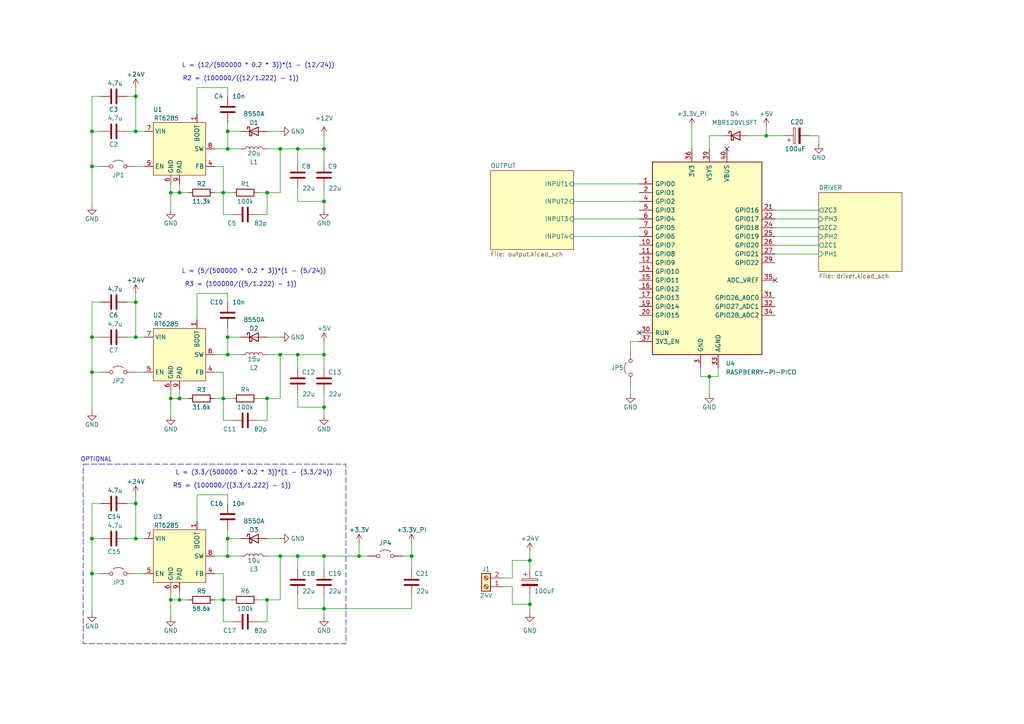
<source format=kicad_sch>
(kicad_sch (version 20231120) (generator "eeschema") (generator_version "8.0")
  (paper "A4")
  (lib_symbols
    (symbol "Connector:Screw_Terminal_01x02" (pin_names (offset 1.016) hide)
      (property "Reference" "J" (at 0 2.54 0))
      (property "Value" "Screw_Terminal_01x02" (at 0 -5.08 0))
      (symbol "Screw_Terminal_01x02_1_1"
        (rectangle (start -1.27 1.27) (end 1.27 -3.81) (stroke (width 0.254)) (fill (type background)))
        (circle (center 0 -2.54) (radius 0.635) (stroke (width 0.1524)))
        (polyline (pts (xy -0.5334 -2.2098) (xy 0.3302 -3.048)) (stroke (width 0.1524)))
        (polyline (pts (xy -0.5334 0.3302) (xy 0.3302 -0.508)) (stroke (width 0.1524)))
        (polyline (pts (xy -0.3556 -2.032) (xy 0.508 -2.8702)) (stroke (width 0.1524)))
        (polyline (pts (xy -0.3556 0.508) (xy 0.508 -0.3302)) (stroke (width 0.1524)))
        (circle (center 0 0) (radius 0.635) (stroke (width 0.1524)))
        (pin passive line (at -5.08 0 0) (length 3.81) (name "Pin_1") (number "1"))
        (pin passive line (at -5.08 -2.54 0) (length 3.81) (name "Pin_2") (number "2"))
      )
    )
    (symbol "Device:C" (pin_numbers hide) (pin_names (offset 0.254))
      (property "Reference" "C" (at 0.635 2.54 0))
      (property "Value" "C" (at 0.635 -2.54 0))
      (symbol "C_0_1"
        (polyline (pts (xy -2.032 -0.762) (xy 2.032 -0.762)) (stroke (width 0.508)))
        (polyline (pts (xy -2.032 0.762) (xy 2.032 0.762)) (stroke (width 0.508)))
      )
      (symbol "C_1_1"
        (pin passive line (at 0 3.81 270) (length 2.794) (name "~") (number "1"))
        (pin passive line (at 0 -3.81 90) (length 2.794) (name "~") (number "2"))
      )
    )
    (symbol "Device:C_Polarized" (pin_numbers hide) (pin_names (offset 0.254))
      (property "Reference" "C" (at 0.635 2.54 0))
      (property "Value" "C_Polarized" (at 0.635 -2.54 0))
      (symbol "C_Polarized_0_1"
        (rectangle (start -2.286 0.508) (end 2.286 1.016))
        (polyline (pts (xy -1.778 2.286) (xy -0.762 2.286)))
        (polyline (pts (xy -1.27 2.794) (xy -1.27 1.778)))
        (rectangle (start 2.286 -0.508) (end -2.286 -1.016) (fill (type outline)))
      )
      (symbol "C_Polarized_1_1"
        (pin passive line (at 0 3.81 270) (length 2.794) (name "~") (number "1"))
        (pin passive line (at 0 -3.81 90) (length 2.794) (name "~") (number "2"))
      )
    )
    (symbol "Device:D_Schottky" (pin_numbers hide) (pin_names (offset 1.016) hide)
      (property "Reference" "D" (at 0 2.54 0))
      (property "Value" "D_Schottky" (at 0 -2.54 0))
      (symbol "D_Schottky_0_1"
        (polyline (pts (xy 1.27 0) (xy -1.27 0)))
        (polyline (pts (xy 1.27 1.27) (xy 1.27 -1.27) (xy -1.27 0) (xy 1.27 1.27)) (stroke (width 0.254)))
        (polyline (pts (xy -1.905 0.635) (xy -1.905 1.27) (xy -1.27 1.27) (xy -1.27 -1.27) (xy -0.635 -1.27) (xy -0.635 -0.635)) (stroke (width 0.254)))
      )
      (symbol "D_Schottky_1_1"
        (pin passive line (at -3.81 0 0) (length 2.54) (name "K") (number "1"))
        (pin passive line (at 3.81 0 180) (length 2.54) (name "A") (number "2"))
      )
    )
    (symbol "Device:L" (pin_numbers hide) (pin_names (offset 1.016) hide)
      (property "Reference" "L" (at -1.27 0 90))
      (property "Value" "L" (at 1.905 0 90))
      (symbol "L_0_1"
        (arc (start 0 -2.54) (mid 0.6323 -1.905) (end 0 -1.27))
        (arc (start 0 -1.27) (mid 0.6323 -0.635) (end 0 0))
        (arc (start 0 0) (mid 0.6323 0.635) (end 0 1.27))
        (arc (start 0 1.27) (mid 0.6323 1.905) (end 0 2.54))
      )
      (symbol "L_1_1"
        (pin passive line (at 0 3.81 270) (length 1.27) (name "1") (number "1"))
        (pin passive line (at 0 -3.81 90) (length 1.27) (name "2") (number "2"))
      )
    )
    (symbol "Device:R" (pin_numbers hide) (pin_names (offset 0))
      (property "Reference" "R" (at 2.032 0 90))
      (property "Value" "R" (at 0 0 90))
      (symbol "R_0_1"
        (rectangle (start -1.016 -2.54) (end 1.016 2.54) (stroke (width 0.254)))
      )
      (symbol "R_1_1"
        (pin passive line (at 0 3.81 270) (length 1.27) (name "~") (number "1"))
        (pin passive line (at 0 -3.81 90) (length 1.27) (name "~") (number "2"))
      )
    )
    (symbol "Jumper:Jumper_2_Open" (pin_numbers hide) (pin_names (offset 0) hide) (exclude_from_sim yes)
      (property "Reference" "JP" (at 0 2.794 0))
      (property "Value" "Jumper_2_Open" (at 0 -2.286 0))
      (symbol "Jumper_2_Open_0_0"
        (circle (center -2.032 0) (radius 0.508))
        (circle (center 2.032 0) (radius 0.508))
      )
      (symbol "Jumper_2_Open_0_1"
        (arc (start 1.524 1.27) (mid 0 1.778) (end -1.524 1.27))
      )
      (symbol "Jumper_2_Open_1_1"
        (pin passive line (at -5.08 0 0) (length 2.54) (name "A") (number "1"))
        (pin passive line (at 5.08 0 180) (length 2.54) (name "B") (number "2"))
      )
    )
    (symbol "krzempol:RASPBERRY-PI-PICO" (pin_names (offset 0.762))
      (property "Reference" "U" (at -16.51 31.75 0))
      (property "Value" "RASPBERRY-PI-PICO" (at 8.89 31.75 0))
      (symbol "RASPBERRY-PI-PICO_0_1"
        (rectangle (start -16.51 29.21) (end 15.24 -26.67) (stroke (width 0.254)) (fill (type background)))
      )
      (symbol "RASPBERRY-PI-PICO_1_1"
        (pin bidirectional line (at -20.32 22.86 0) (length 3.81) (name "GPIO0") (number "1"))
        (pin bidirectional line (at -20.32 5.08 0) (length 3.81) (name "GPIO7") (number "10"))
        (pin bidirectional line (at -20.32 2.54 0) (length 3.81) (name "GPIO8") (number "11"))
        (pin bidirectional line (at -20.32 0 0) (length 3.81) (name "GPIO9") (number "12"))
        (pin passive line (at -2.54 -30.48 90) (length 3.81) hide (name "GND") (number "13"))
        (pin bidirectional line (at -20.32 -2.54 0) (length 3.81) (name "GPIO10") (number "14"))
        (pin bidirectional line (at -20.32 -5.08 0) (length 3.81) (name "GPIO11") (number "15"))
        (pin bidirectional line (at -20.32 -7.62 0) (length 3.81) (name "GPIO12") (number "16"))
        (pin bidirectional line (at -20.32 -10.16 0) (length 3.81) (name "GPIO13") (number "17"))
        (pin passive line (at -2.54 -30.48 90) (length 3.81) hide (name "GND") (number "18"))
        (pin bidirectional line (at -20.32 -12.7 0) (length 3.81) (name "GPIO14") (number "19"))
        (pin bidirectional line (at -20.32 20.32 0) (length 3.81) (name "GPIO1") (number "2"))
        (pin bidirectional line (at -20.32 -15.24 0) (length 3.81) (name "GPIO15") (number "20"))
        (pin bidirectional line (at 19.05 15.24 180) (length 3.81) (name "GPIO16") (number "21"))
        (pin bidirectional line (at 19.05 12.7 180) (length 3.81) (name "GPIO17") (number "22"))
        (pin passive line (at -2.54 -30.48 90) (length 3.81) hide (name "GND") (number "23"))
        (pin bidirectional line (at 19.05 10.16 180) (length 3.81) (name "GPIO18") (number "24"))
        (pin bidirectional line (at 19.05 7.62 180) (length 3.81) (name "GPIO19") (number "25"))
        (pin bidirectional line (at 19.05 5.08 180) (length 3.81) (name "GPIO20") (number "26"))
        (pin bidirectional line (at 19.05 2.54 180) (length 3.81) (name "GPIO21") (number "27"))
        (pin passive line (at -2.54 -30.48 90) (length 3.81) hide (name "GND") (number "28"))
        (pin bidirectional line (at 19.05 0 180) (length 3.81) (name "GPIO22") (number "29"))
        (pin power_out line (at -2.54 -30.48 90) (length 3.81) (name "GND") (number "3"))
        (pin input line (at -20.32 -20.32 0) (length 3.81) (name "RUN") (number "30"))
        (pin bidirectional line (at 19.05 -10.16 180) (length 3.81) (name "GPIO26_ADC0") (number "31"))
        (pin bidirectional line (at 19.05 -12.7 180) (length 3.81) (name "GPIO27_ADC1") (number "32"))
        (pin power_out line (at 2.54 -30.48 90) (length 3.81) (name "AGND") (number "33"))
        (pin bidirectional line (at 19.05 -15.24 180) (length 3.81) (name "GPIO28_ADC2") (number "34"))
        (pin power_in line (at 19.05 -5.08 180) (length 3.81) (name "ADC_VREF") (number "35"))
        (pin power_out line (at -5.08 33.02 270) (length 3.81) (name "3V3") (number "36"))
        (pin input line (at -20.32 -22.86 0) (length 3.81) (name "3V3_EN") (number "37"))
        (pin passive line (at -2.54 -30.48 90) (length 3.81) hide (name "GND") (number "38"))
        (pin power_in line (at 0 33.02 270) (length 3.81) (name "VSYS") (number "39"))
        (pin bidirectional line (at -20.32 17.78 0) (length 3.81) (name "GPIO2") (number "4"))
        (pin power_out line (at 5.08 33.02 270) (length 3.81) (name "VBUS") (number "40"))
        (pin bidirectional line (at -20.32 15.24 0) (length 3.81) (name "GPIO3") (number "5"))
        (pin bidirectional line (at -20.32 12.7 0) (length 3.81) (name "GPIO4") (number "6"))
        (pin bidirectional line (at -20.32 10.16 0) (length 3.81) (name "GPIO5") (number "7"))
        (pin passive line (at -2.54 -30.48 90) (length 3.81) hide (name "GND") (number "8"))
        (pin bidirectional line (at -20.32 7.62 0) (length 3.81) (name "GPIO6") (number "9"))
      )
    )
    (symbol "krzempol:RT6285"
      (property "Reference" "U" (at -7.112 10.922 0))
      (property "Value" "RT6285" (at -4.064 8.89 0))
      (symbol "RT6285_1_1"
        (rectangle (start -7.62 7.62) (end 7.62 -7.62) (fill (type background)))
        (pin passive line (at 5.08 10.16 270) (length 2.54) (name "BOOT") (number "1"))
        (pin passive line (at 10.16 -5.08 180) (length 2.54) (name "FB") (number "4"))
        (pin passive line (at -10.16 -5.08 0) (length 2.54) (name "EN") (number "5"))
        (pin passive line (at -2.54 -10.16 90) (length 2.54) (name "GND") (number "6"))
        (pin passive line (at -10.16 5.08 0) (length 2.54) (name "VIN") (number "7"))
        (pin passive line (at 10.16 0 180) (length 2.54) (name "SW") (number "8"))
        (pin passive line (at 0 -10.16 90) (length 2.54) (name "PAD") (number "9"))
      )
    )
    (symbol "power:+12V" (power) (pin_numbers hide) (pin_names (offset 0) hide)
      (property "Value" "+12V" (at 0 3.556 0))
      (symbol "+12V_0_1"
        (polyline (pts (xy -0.762 1.27) (xy 0 2.54)))
        (polyline (pts (xy 0 0) (xy 0 2.54)))
        (polyline (pts (xy 0 2.54) (xy 0.762 1.27)))
      )
      (symbol "+12V_1_1"
        (pin power_in line (at 0 0 90) (length 0) (name "~") (number "1"))
      )
    )
    (symbol "power:+24V" (power) (pin_numbers hide) (pin_names (offset 0) hide)
      (property "Value" "+24V" (at 0 3.556 0))
      (symbol "+24V_0_1"
        (polyline (pts (xy -0.762 1.27) (xy 0 2.54)))
        (polyline (pts (xy 0 0) (xy 0 2.54)))
        (polyline (pts (xy 0 2.54) (xy 0.762 1.27)))
      )
      (symbol "+24V_1_1"
        (pin power_in line (at 0 0 90) (length 0) (name "~") (number "1"))
      )
    )
    (symbol "power:+3.3V" (power) (pin_numbers hide) (pin_names (offset 0) hide)
      (property "Value" "+3.3V" (at 0 3.556 0))
      (symbol "+3.3V_0_1"
        (polyline (pts (xy -0.762 1.27) (xy 0 2.54)))
        (polyline (pts (xy 0 0) (xy 0 2.54)))
        (polyline (pts (xy 0 2.54) (xy 0.762 1.27)))
      )
      (symbol "+3.3V_1_1"
        (pin power_in line (at 0 0 90) (length 0) (name "~") (number "1"))
      )
    )
    (symbol "power:+5V" (power) (pin_numbers hide) (pin_names (offset 0) hide)
      (property "Value" "+5V" (at 0 3.556 0))
      (symbol "+5V_0_1"
        (polyline (pts (xy -0.762 1.27) (xy 0 2.54)))
        (polyline (pts (xy 0 0) (xy 0 2.54)))
        (polyline (pts (xy 0 2.54) (xy 0.762 1.27)))
      )
      (symbol "+5V_1_1"
        (pin power_in line (at 0 0 90) (length 0) (name "~") (number "1"))
      )
    )
    (symbol "power:GND" (power) (pin_numbers hide) (pin_names (offset 0) hide)
      (property "Value" "GND" (at 0 -3.81 0))
      (symbol "GND_0_1"
        (polyline (pts (xy 0 0) (xy 0 -1.27) (xy 1.27 -1.27) (xy 0 -2.54) (xy -1.27 -1.27) (xy 0 -1.27)))
      )
      (symbol "GND_1_1"
        (pin power_in line (at 0 0 270) (length 0) (name "~") (number "1"))
      )
    )
  )
  (junction (at 64.77 115.57))
  (junction (at 153.67 175.26))
  (junction (at 26.67 156.21))
  (junction (at 205.74 109.22))
  (junction (at 104.14 161.29))
  (junction (at 93.98 58.42))
  (junction (at 119.38 161.29))
  (junction (at 93.98 118.11))
  (junction (at 26.67 48.26))
  (junction (at 66.04 161.29))
  (junction (at 86.36 43.18))
  (junction (at 64.77 55.88))
  (junction (at 77.47 115.57))
  (junction (at 77.47 55.88))
  (junction (at 39.37 87.63))
  (junction (at 153.67 162.56))
  (junction (at 66.04 43.18))
  (junction (at 49.53 115.57))
  (junction (at 93.98 176.53))
  (junction (at 39.37 27.94))
  (junction (at 81.28 43.18))
  (junction (at 66.04 38.1))
  (junction (at 81.28 161.29))
  (junction (at 39.37 97.79))
  (junction (at 66.04 97.79))
  (junction (at 93.98 102.87))
  (junction (at 26.67 166.37))
  (junction (at 26.67 97.79))
  (junction (at 49.53 173.99))
  (junction (at 86.36 161.29))
  (junction (at 93.98 43.18))
  (junction (at 93.98 161.29))
  (junction (at 26.67 38.1))
  (junction (at 81.28 102.87))
  (junction (at 52.07 55.88))
  (junction (at 77.47 173.99))
  (junction (at 222.25 39.37))
  (junction (at 86.36 102.87))
  (junction (at 39.37 156.21))
  (junction (at 26.67 107.95))
  (junction (at 49.53 55.88))
  (junction (at 52.07 115.57))
  (junction (at 39.37 146.05))
  (junction (at 66.04 156.21))
  (junction (at 52.07 173.99))
  (junction (at 64.77 173.99))
  (junction (at 39.37 38.1))
  (junction (at 66.04 102.87))
  (no_connect (at 224.79 81.28))
  (no_connect (at 210.82 43.18))
  (no_connect (at 185.42 96.52))
  (wire (pts (xy 74.93 62.23) (xy 77.47 62.23)))
  (wire (pts (xy 205.74 39.37) (xy 209.55 39.37)))
  (wire (pts (xy 62.23 102.87) (xy 66.04 102.87)))
  (wire (pts (xy 57.15 25.4) (xy 57.15 33.02)))
  (wire (pts (xy 66.04 143.51) (xy 57.15 143.51)))
  (wire (pts (xy 36.83 156.21) (xy 39.37 156.21)))
  (wire (pts (xy 205.74 109.22) (xy 203.2 109.22)))
  (wire (pts (xy 57.15 143.51) (xy 57.15 151.13)))
  (wire (pts (xy 148.59 170.18) (xy 146.05 170.18)))
  (wire (pts (xy 77.47 121.92) (xy 77.47 115.57)))
  (wire (pts (xy 153.67 175.26) (xy 148.59 175.26)))
  (wire (pts (xy 26.67 166.37) (xy 26.67 156.21)))
  (wire (pts (xy 66.04 25.4) (xy 57.15 25.4)))
  (wire (pts (xy 86.36 172.72) (xy 86.36 176.53)))
  (wire (pts (xy 49.53 115.57) (xy 49.53 120.65)))
  (wire (pts (xy 66.04 97.79) (xy 66.04 102.87)))
  (wire (pts (xy 39.37 146.05) (xy 39.37 143.51)))
  (wire (pts (xy 62.23 107.95) (xy 64.77 107.95)))
  (wire (pts (xy 93.98 58.42) (xy 93.98 60.96)))
  (wire (pts (xy 93.98 118.11) (xy 93.98 120.65)))
  (wire (pts (xy 36.83 87.63) (xy 39.37 87.63)))
  (wire (pts (xy 74.93 121.92) (xy 77.47 121.92)))
  (wire (pts (xy 66.04 27.94) (xy 66.04 25.4)))
  (wire (pts (xy 81.28 161.29) (xy 77.47 161.29)))
  (wire (pts (xy 67.31 62.23) (xy 64.77 62.23)))
  (wire (pts (xy 64.77 115.57) (xy 67.31 115.57)))
  (wire (pts (xy 237.49 39.37) (xy 237.49 41.91)))
  (wire (pts (xy 26.67 119.38) (xy 26.67 107.95)))
  (wire (pts (xy 66.04 38.1) (xy 66.04 43.18)))
  (wire (pts (xy 52.07 173.99) (xy 52.07 171.45)))
  (wire (pts (xy 166.37 68.58) (xy 185.42 68.58)))
  (wire (pts (xy 93.98 43.18) (xy 93.98 46.99)))
  (wire (pts (xy 148.59 175.26) (xy 148.59 170.18)))
  (wire (pts (xy 77.47 62.23) (xy 77.47 55.88)))
  (wire (pts (xy 49.53 113.03) (xy 49.53 115.57)))
  (wire (pts (xy 185.42 63.5) (xy 166.37 63.5)))
  (wire (pts (xy 81.28 102.87) (xy 77.47 102.87)))
  (wire (pts (xy 93.98 102.87) (xy 93.98 106.68)))
  (wire (pts (xy 77.47 180.34) (xy 77.47 173.99)))
  (wire (pts (xy 52.07 55.88) (xy 52.07 53.34)))
  (wire (pts (xy 166.37 58.42) (xy 185.42 58.42)))
  (wire (pts (xy 224.79 68.58) (xy 237.49 68.58)))
  (wire (pts (xy 86.36 43.18) (xy 93.98 43.18)))
  (wire (pts (xy 39.37 107.95) (xy 41.91 107.95)))
  (wire (pts (xy 93.98 39.37) (xy 93.98 43.18)))
  (wire (pts (xy 148.59 167.64) (xy 148.59 162.56)))
  (wire (pts (xy 148.59 162.56) (xy 153.67 162.56)))
  (wire (pts (xy 26.67 177.8) (xy 26.67 166.37)))
  (wire (pts (xy 146.05 167.64) (xy 148.59 167.64)))
  (wire (pts (xy 224.79 66.04) (xy 237.49 66.04)))
  (wire (pts (xy 86.36 118.11) (xy 93.98 118.11)))
  (wire (pts (xy 62.23 166.37) (xy 64.77 166.37)))
  (wire (pts (xy 62.23 55.88) (xy 64.77 55.88)))
  (wire (pts (xy 39.37 156.21) (xy 41.91 156.21)))
  (wire (pts (xy 119.38 161.29) (xy 119.38 165.1)))
  (wire (pts (xy 36.83 146.05) (xy 39.37 146.05)))
  (wire (pts (xy 66.04 85.09) (xy 57.15 85.09)))
  (wire (pts (xy 66.04 43.18) (xy 69.85 43.18)))
  (wire (pts (xy 224.79 73.66) (xy 237.49 73.66)))
  (wire (pts (xy 62.23 43.18) (xy 66.04 43.18)))
  (wire (pts (xy 77.47 38.1) (xy 81.28 38.1)))
  (wire (pts (xy 36.83 38.1) (xy 39.37 38.1)))
  (wire (pts (xy 52.07 173.99) (xy 54.61 173.99)))
  (wire (pts (xy 39.37 146.05) (xy 39.37 156.21)))
  (wire (pts (xy 86.36 102.87) (xy 86.36 106.68)))
  (wire (pts (xy 74.93 173.99) (xy 77.47 173.99)))
  (wire (pts (xy 153.67 160.02) (xy 153.67 162.56)))
  (wire (pts (xy 26.67 38.1) (xy 26.67 27.94)))
  (wire (pts (xy 62.23 115.57) (xy 64.77 115.57)))
  (wire (pts (xy 104.14 161.29) (xy 106.68 161.29)))
  (wire (pts (xy 104.14 157.48) (xy 104.14 161.29)))
  (wire (pts (xy 222.25 36.83) (xy 222.25 39.37)))
  (wire (pts (xy 200.66 43.18) (xy 200.66 36.83)))
  (wire (pts (xy 39.37 38.1) (xy 41.91 38.1)))
  (wire (pts (xy 64.77 55.88) (xy 67.31 55.88)))
  (wire (pts (xy 116.84 161.29) (xy 119.38 161.29)))
  (wire (pts (xy 36.83 97.79) (xy 39.37 97.79)))
  (wire (pts (xy 67.31 121.92) (xy 64.77 121.92)))
  (wire (pts (xy 74.93 55.88) (xy 77.47 55.88)))
  (wire (pts (xy 93.98 161.29) (xy 93.98 165.1)))
  (wire (pts (xy 86.36 43.18) (xy 86.36 46.99)))
  (wire (pts (xy 26.67 156.21) (xy 29.21 156.21)))
  (wire (pts (xy 93.98 114.3) (xy 93.98 118.11)))
  (wire (pts (xy 26.67 38.1) (xy 29.21 38.1)))
  (wire (pts (xy 224.79 63.5) (xy 237.49 63.5)))
  (wire (pts (xy 74.93 180.34) (xy 77.47 180.34)))
  (wire (pts (xy 66.04 146.05) (xy 66.04 143.51)))
  (wire (pts (xy 64.77 48.26) (xy 64.77 55.88)))
  (wire (pts (xy 39.37 48.26) (xy 41.91 48.26)))
  (wire (pts (xy 66.04 38.1) (xy 69.85 38.1)))
  (wire (pts (xy 64.77 121.92) (xy 64.77 115.57)))
  (wire (pts (xy 86.36 161.29) (xy 93.98 161.29)))
  (wire (pts (xy 153.67 175.26) (xy 153.67 177.8)))
  (wire (pts (xy 66.04 97.79) (xy 69.85 97.79)))
  (wire (pts (xy 81.28 115.57) (xy 81.28 102.87)))
  (wire (pts (xy 62.23 48.26) (xy 64.77 48.26)))
  (wire (pts (xy 81.28 55.88) (xy 81.28 43.18)))
  (wire (pts (xy 62.23 173.99) (xy 64.77 173.99)))
  (wire (pts (xy 86.36 114.3) (xy 86.36 118.11)))
  (wire (pts (xy 153.67 162.56) (xy 153.67 165.1)))
  (wire (pts (xy 39.37 87.63) (xy 39.37 85.09)))
  (wire (pts (xy 66.04 156.21) (xy 69.85 156.21)))
  (wire (pts (xy 93.98 161.29) (xy 104.14 161.29)))
  (wire (pts (xy 208.28 106.68) (xy 208.28 109.22)))
  (wire (pts (xy 166.37 53.34) (xy 185.42 53.34)))
  (wire (pts (xy 182.88 111.76) (xy 182.88 114.3)))
  (wire (pts (xy 52.07 115.57) (xy 52.07 113.03)))
  (wire (pts (xy 26.67 107.95) (xy 26.67 97.79)))
  (wire (pts (xy 49.53 115.57) (xy 52.07 115.57)))
  (wire (pts (xy 222.25 39.37) (xy 217.17 39.37)))
  (wire (pts (xy 86.36 161.29) (xy 86.36 165.1)))
  (wire (pts (xy 77.47 173.99) (xy 81.28 173.99)))
  (wire (pts (xy 81.28 43.18) (xy 77.47 43.18)))
  (wire (pts (xy 66.04 153.67) (xy 66.04 156.21)))
  (wire (pts (xy 222.25 39.37) (xy 227.33 39.37)))
  (wire (pts (xy 81.28 173.99) (xy 81.28 161.29)))
  (wire (pts (xy 49.53 171.45) (xy 49.53 173.99)))
  (wire (pts (xy 234.95 39.37) (xy 237.49 39.37)))
  (wire (pts (xy 182.88 99.06) (xy 182.88 101.6)))
  (wire (pts (xy 77.47 97.79) (xy 81.28 97.79)))
  (wire (pts (xy 66.04 161.29) (xy 69.85 161.29)))
  (wire (pts (xy 74.93 115.57) (xy 77.47 115.57)))
  (wire (pts (xy 86.36 176.53) (xy 93.98 176.53)))
  (wire (pts (xy 66.04 35.56) (xy 66.04 38.1)))
  (wire (pts (xy 66.04 102.87) (xy 69.85 102.87)))
  (wire (pts (xy 26.67 48.26) (xy 29.21 48.26)))
  (wire (pts (xy 64.77 166.37) (xy 64.77 173.99)))
  (wire (pts (xy 26.67 59.69) (xy 26.67 48.26)))
  (wire (pts (xy 26.67 48.26) (xy 26.67 38.1)))
  (wire (pts (xy 153.67 172.72) (xy 153.67 175.26)))
  (wire (pts (xy 93.98 176.53) (xy 119.38 176.53)))
  (wire (pts (xy 119.38 161.29) (xy 119.38 157.48)))
  (wire (pts (xy 185.42 99.06) (xy 182.88 99.06)))
  (wire (pts (xy 224.79 60.96) (xy 237.49 60.96)))
  (wire (pts (xy 203.2 109.22) (xy 203.2 106.68)))
  (wire (pts (xy 36.83 27.94) (xy 39.37 27.94)))
  (wire (pts (xy 81.28 43.18) (xy 86.36 43.18)))
  (wire (pts (xy 26.67 27.94) (xy 29.21 27.94)))
  (wire (pts (xy 86.36 58.42) (xy 93.98 58.42)))
  (wire (pts (xy 64.77 180.34) (xy 64.77 173.99)))
  (wire (pts (xy 26.67 107.95) (xy 29.21 107.95)))
  (wire (pts (xy 205.74 114.3) (xy 205.74 109.22)))
  (wire (pts (xy 64.77 173.99) (xy 67.31 173.99)))
  (wire (pts (xy 26.67 87.63) (xy 29.21 87.63)))
  (wire (pts (xy 86.36 54.61) (xy 86.36 58.42)))
  (wire (pts (xy 52.07 55.88) (xy 54.61 55.88)))
  (wire (pts (xy 26.67 166.37) (xy 29.21 166.37)))
  (wire (pts (xy 66.04 87.63) (xy 66.04 85.09)))
  (wire (pts (xy 39.37 27.94) (xy 39.37 38.1)))
  (wire (pts (xy 39.37 87.63) (xy 39.37 97.79)))
  (wire (pts (xy 93.98 172.72) (xy 93.98 176.53)))
  (wire (pts (xy 26.67 97.79) (xy 29.21 97.79)))
  (wire (pts (xy 26.67 97.79) (xy 26.67 87.63)))
  (wire (pts (xy 81.28 161.29) (xy 86.36 161.29)))
  (wire (pts (xy 39.37 166.37) (xy 41.91 166.37)))
  (wire (pts (xy 57.15 85.09) (xy 57.15 92.71)))
  (wire (pts (xy 49.53 173.99) (xy 52.07 173.99)))
  (wire (pts (xy 205.74 43.18) (xy 205.74 39.37)))
  (wire (pts (xy 93.98 54.61) (xy 93.98 58.42)))
  (wire (pts (xy 26.67 156.21) (xy 26.67 146.05)))
  (wire (pts (xy 49.53 55.88) (xy 52.07 55.88)))
  (wire (pts (xy 77.47 156.21) (xy 81.28 156.21)))
  (wire (pts (xy 62.23 161.29) (xy 66.04 161.29)))
  (wire (pts (xy 77.47 55.88) (xy 81.28 55.88)))
  (wire (pts (xy 49.53 53.34) (xy 49.53 55.88)))
  (wire (pts (xy 224.79 71.12) (xy 237.49 71.12)))
  (wire (pts (xy 66.04 156.21) (xy 66.04 161.29)))
  (wire (pts (xy 208.28 109.22) (xy 205.74 109.22)))
  (wire (pts (xy 64.77 62.23) (xy 64.77 55.88)))
  (wire (pts (xy 67.31 180.34) (xy 64.77 180.34)))
  (wire (pts (xy 119.38 172.72) (xy 119.38 176.53)))
  (wire (pts (xy 81.28 102.87) (xy 86.36 102.87)))
  (wire (pts (xy 86.36 102.87) (xy 93.98 102.87)))
  (wire (pts (xy 49.53 173.99) (xy 49.53 179.07)))
  (wire (pts (xy 93.98 176.53) (xy 93.98 179.07)))
  (wire (pts (xy 66.04 95.25) (xy 66.04 97.79)))
  (wire (pts (xy 26.67 146.05) (xy 29.21 146.05)))
  (wire (pts (xy 49.53 55.88) (xy 49.53 60.96)))
  (wire (pts (xy 64.77 107.95) (xy 64.77 115.57)))
  (wire (pts (xy 93.98 99.06) (xy 93.98 102.87)))
  (wire (pts (xy 39.37 97.79) (xy 41.91 97.79)))
  (wire (pts (xy 39.37 27.94) (xy 39.37 25.4)))
  (wire (pts (xy 77.47 115.57) (xy 81.28 115.57)))
  (wire (pts (xy 52.07 115.57) (xy 54.61 115.57)))
  (rectangle (start 24.13 134.62) (end 100.33 186.69) (stroke (width 0) (type dash)))
  (text "R5 = (100000/((3.3/1.222) - 1))" (at 67.31 140.97 0) (effects (font (size 1.27 1.27))))
  (text "L = (12/(500000 * 0.2 * 3))*(1 - (12/24))" (exclude_from_sim yes) (at 74.93 19.05 0) (effects (font (size 1.27 1.27))))
  (text "R3 = (100000/((5/1.222) - 1))" (at 69.85 82.55 0) (effects (font (size 1.27 1.27))))
  (text "OPTIONAL\n" (at 27.94 133.35 0) (effects (font (size 1.27 1.27))))
  (text "L = (5/(500000 * 0.2 * 3))*(1 - (5/24))" (exclude_from_sim yes) (at 73.66 78.74 0) (effects (font (size 1.27 1.27))))
  (text "R2 = (100000/((12/1.222) - 1))" (at 69.85 22.86 0) (effects (font (size 1.27 1.27))))
  (text "L = (3.3/(500000 * 0.2 * 3))*(1 - (3.3/24))" (exclude_from_sim yes) (at 73.66 137.16 0) (effects (font (size 1.27 1.27))))
  (symbol (lib_id "power:GND") (at 237.49 41.91 0) (unit 1)
    (property "Reference" "#PWR023" (effects (hide yes)))
    (property "Value" "GND" (at 237.49 45.72 0))
    (property "Description" "Power symbol creates a global label with name \"GND\" , ground" (effects (hide yes)))
  )
  (symbol (lib_id "power:+24V") (at 39.37 143.51 0) (unit 1)
    (property "Reference" "#PWR016" (effects (hide yes)))
    (property "Value" "+24V" (at 39.37 139.7 0))
    (property "Description" "Power symbol creates a global label with name \"+24V\"" (effects (hide yes)))
  )
  (symbol (lib_id "power:GND") (at 26.67 59.69 0) (unit 1)
    (property "Reference" "#PWR04" (effects (hide yes)))
    (property "Value" "GND" (at 26.67 63.5 0))
    (property "Description" "Power symbol creates a global label with name \"GND\" , ground" (effects (hide yes)))
  )
  (symbol (lib_id "Jumper:Jumper_2_Open") (at 34.29 107.95 0) (unit 1) (exclude_from_sim yes)
    (property "Reference" "JP2" (at 34.29 110.49 0))
    (property "Value" "Jumper_2_Open" (effects (hide yes)))
    (property "Description" "Jumper, 2-pole, open" (effects (hide yes)))
  )
  (symbol (lib_id "power:GND") (at 153.67 177.8 0) (unit 1)
    (property "Reference" "#PWR01" (effects (hide yes)))
    (property "Value" "GND" (at 153.67 182.88 0))
    (property "Description" "Power symbol creates a global label with name \"GND\" , ground" (effects (hide yes)))
  )
  (symbol (lib_id "Device:L") (at 73.66 102.87 90) (unit 1)
    (property "Reference" "L2" (at 73.66 106.68 90))
    (property "Value" "15u" (at 73.66 104.14 90))
    (property "Description" "Inductor" (effects (hide yes)))
  )
  (symbol (lib_id "Connector:Screw_Terminal_01x02") (at 140.97 170.18 180) (unit 1)
    (property "Reference" "J1" (at 140.97 165.1 0))
    (property "Value" "24V" (at 140.97 172.72 0))
    (property "Description" "Generic screw terminal, single row, 01x02, script generated (kicad-library-utils/schlib/autogen/connector/)" (effects (hide yes)))
  )
  (symbol (lib_id "Device:C") (at 33.02 146.05 90) (unit 1)
    (property "Reference" "C14" (at 35.052 149.86 90) (effects (justify left)))
    (property "Value" "4.7u" (at 35.56 142.24 90) (effects (justify left)))
    (property "Description" "Unpolarized capacitor" (effects (hide yes)))
  )
  (symbol (lib_id "Jumper:Jumper_2_Open") (at 34.29 166.37 0) (unit 1) (exclude_from_sim yes)
    (property "Reference" "JP3" (at 34.29 168.91 0))
    (property "Value" "Jumper_2_Open" (effects (hide yes)))
    (property "Description" "Jumper, 2-pole, open" (effects (hide yes)))
  )
  (symbol (lib_id "power:GND") (at 182.88 114.3 0) (unit 1)
    (property "Reference" "#PWR024" (effects (hide yes)))
    (property "Value" "GND" (at 182.88 118.11 0))
    (property "Description" "Power symbol creates a global label with name \"GND\" , ground" (effects (hide yes)))
  )
  (symbol (lib_id "Device:R") (at 71.12 55.88 90) (unit 1)
    (property "Reference" "R1" (at 71.12 53.34 90))
    (property "Value" "100k" (at 71.12 58.42 90))
    (property "Description" "Resistor" (effects (hide yes)))
  )
  (symbol (lib_id "power:+12V") (at 93.98 39.37 0) (unit 1)
    (property "Reference" "#PWR08" (effects (hide yes)))
    (property "Value" "+12V" (at 93.98 34.29 0))
    (property "Description" "Power symbol creates a global label with name \"+12V\"" (effects (hide yes)))
  )
  (symbol (lib_id "Device:C") (at 93.98 110.49 180) (unit 1)
    (property "Reference" "C13" (at 99.06 107.95 0) (effects (justify left)))
    (property "Value" "22u" (at 99.06 114.3 0) (effects (justify left)))
    (property "Description" "Unpolarized capacitor" (effects (hide yes)))
  )
  (symbol (lib_id "power:GND") (at 26.67 177.8 0) (unit 1)
    (property "Reference" "#PWR015" (effects (hide yes)))
    (property "Value" "GND" (at 26.67 181.61 0))
    (property "Description" "Power symbol creates a global label with name \"GND\" , ground" (effects (hide yes)))
  )
  (symbol (lib_id "power:+24V") (at 153.67 160.02 0) (unit 1)
    (property "Reference" "#PWR02" (effects (hide yes)))
    (property "Value" "+24V" (at 153.67 156.21 0))
    (property "Description" "Power symbol creates a global label with name \"+24V\"" (effects (hide yes)))
  )
  (symbol (lib_id "Device:C") (at 33.02 97.79 90) (unit 1)
    (property "Reference" "C7" (at 34.29 101.6 90) (effects (justify left)))
    (property "Value" "4.7u" (at 35.56 93.98 90) (effects (justify left)))
    (property "Description" "Unpolarized capacitor" (effects (hide yes)))
  )
  (symbol (lib_id "krzempol:RT6285") (at 52.07 161.29 0) (unit 1)
    (property "Reference" "U3" (at 45.72 149.86 0))
    (property "Value" "RT6285" (at 48.26 152.4 0))
    (property "Datasheet" "https://www.richtek.com/assets/product_file/RT6285/DS6285-00.pdf" (effects (hide yes)))
    (property "Description" "High power buck converter" (effects (hide yes)))
  )
  (symbol (lib_id "Jumper:Jumper_2_Open") (at 34.29 48.26 0) (unit 1) (exclude_from_sim yes)
    (property "Reference" "JP1" (at 34.29 50.8 0))
    (property "Value" "Jumper_2_Open" (effects (hide yes)))
    (property "Description" "Jumper, 2-pole, open" (effects (hide yes)))
  )
  (symbol (lib_id "Jumper:Jumper_2_Open") (at 182.88 106.68 90) (unit 1) (exclude_from_sim yes)
    (property "Reference" "JP5" (at 179.07 106.68 90))
    (property "Value" "Jumper_2_Open" (effects (hide yes)))
    (property "Description" "Jumper, 2-pole, open" (effects (hide yes)))
  )
  (symbol (lib_id "Device:C") (at 86.36 110.49 180) (unit 1)
    (property "Reference" "C12" (at 91.44 107.95 0) (effects (justify left)))
    (property "Value" "22u" (at 91.44 114.3 0) (effects (justify left)))
    (property "Description" "Unpolarized capacitor" (effects (hide yes)))
  )
  (symbol (lib_id "Device:D_Schottky") (at 73.66 97.79 0) (unit 1)
    (property "Reference" "D2" (at 73.66 95.25 0))
    (property "Value" "B550A" (at 73.66 92.71 0))
    (property "Description" "Schottky diode" (effects (hide yes)))
  )
  (symbol (lib_id "Device:C_Polarized") (at 153.67 168.91 0) (unit 1)
    (property "Reference" "C1" (at 154.94 166.37 0) (effects (justify left)))
    (property "Value" "100uF" (at 154.94 171.45 0) (effects (justify left)))
    (property "Description" "Polarized capacitor" (effects (hide yes)))
  )
  (symbol (lib_id "Device:R") (at 58.42 173.99 90) (unit 1)
    (property "Reference" "R5" (at 58.42 171.45 90))
    (property "Value" "58.6k" (at 58.42 176.53 90))
    (property "Description" "Resistor" (effects (hide yes)))
  )
  (symbol (lib_id "Device:R") (at 58.42 115.57 90) (unit 1)
    (property "Reference" "R3" (at 58.42 113.03 90))
    (property "Value" "31.6k" (at 58.42 118.11 90))
    (property "Description" "Resistor" (effects (hide yes)))
  )
  (symbol (lib_id "krzempol:RT6285") (at 52.07 102.87 0) (unit 1)
    (property "Reference" "U2" (at 45.72 91.44 0))
    (property "Value" "RT6285" (at 48.26 93.98 0))
    (property "Datasheet" "https://www.richtek.com/assets/product_file/RT6285/DS6285-00.pdf" (effects (hide yes)))
    (property "Description" "High power buck converter" (effects (hide yes)))
  )
  (symbol (lib_id "power:GND") (at 49.53 60.96 0) (unit 1)
    (property "Reference" "#PWR05" (effects (hide yes)))
    (property "Value" "GND" (at 49.53 64.77 0))
    (property "Description" "Power symbol creates a global label with name \"GND\" , ground" (effects (hide yes)))
  )
  (symbol (lib_id "Device:D_Schottky") (at 213.36 39.37 0) (unit 1)
    (property "Reference" "D4" (at 213.0425 33.02 0))
    (property "Value" "MBR120VLSFT" (at 213.0425 35.56 0))
    (property "Description" "Schottky diode" (effects (hide yes)))
  )
  (symbol (lib_id "Jumper:Jumper_2_Open") (at 111.76 161.29 0) (unit 1) (exclude_from_sim yes)
    (property "Reference" "JP4" (at 111.76 157.48 0))
    (property "Value" "Jumper_2_Open" (effects (hide yes)))
    (property "Description" "Jumper, 2-pole, open" (effects (hide yes)))
  )
  (symbol (lib_id "power:+3.3V") (at 104.14 157.48 0) (unit 1)
    (property "Reference" "#PWR013" (effects (hide yes)))
    (property "Value" "+3.3V" (at 104.14 153.67 0))
    (property "Description" "Power symbol creates a global label with name \"+3.3V\"" (effects (hide yes)))
  )
  (symbol (lib_id "Device:C") (at 33.02 27.94 90) (unit 1)
    (property "Reference" "C3" (at 34.29 31.75 90) (effects (justify left)))
    (property "Value" "4.7u" (at 35.56 24.13 90) (effects (justify left)))
    (property "Description" "Unpolarized capacitor" (effects (hide yes)))
  )
  (symbol (lib_id "power:GND") (at 81.28 156.21 90) (unit 1)
    (property "Reference" "#PWR018" (effects (hide yes)))
    (property "Value" "GND" (at 86.36 156.21 90))
    (property "Description" "Power symbol creates a global label with name \"GND\" , ground" (effects (hide yes)))
  )
  (symbol (lib_id "Device:L") (at 73.66 161.29 90) (unit 1)
    (property "Reference" "L3" (at 73.66 165.1 90))
    (property "Value" "10u" (at 73.66 162.56 90))
    (property "Description" "Inductor" (effects (hide yes)))
  )
  (symbol (lib_id "Device:C") (at 86.36 168.91 180) (unit 1)
    (property "Reference" "C18" (at 91.44 166.37 0) (effects (justify left)))
    (property "Value" "22u" (at 91.44 171.45 0) (effects (justify left)))
    (property "Description" "Unpolarized capacitor" (effects (hide yes)))
  )
  (symbol (lib_id "krzempol:RASPBERRY-PI-PICO") (at 205.74 76.2 0) (unit 1)
    (property "Reference" "U4" (at 210.4741 105.41 0) (effects (justify left)))
    (property "Value" "RASPBERRY-PI-PICO" (at 210.4741 107.95 0) (effects (justify left)))
    (property "Footprint" "Module_RaspberryPi_Pico:RaspberryPi_Pico_Common" (effects (hide yes)))
    (property "Datasheet" "https://datasheets.raspberrypi.com/pico/pico-datasheet.pdf" (effects (hide yes)))
    (property "Description" "Versatile and inexpensive microcontroller module powered by RP2040 dual-core Arm Cortex-M0+ processor up to 133 MHz, 264kB SRAM, 2MB QSPI flash" (effects (hide yes)))
  )
  (symbol (lib_id "power:GND") (at 49.53 120.65 0) (unit 1)
    (property "Reference" "#PWR011" (effects (hide yes)))
    (property "Value" "GND" (at 49.53 124.46 0))
    (property "Description" "Power symbol creates a global label with name \"GND\" , ground" (effects (hide yes)))
  )
  (symbol (lib_id "power:GND") (at 81.28 97.79 90) (unit 1)
    (property "Reference" "#PWR012" (effects (hide yes)))
    (property "Value" "GND" (at 86.36 97.79 90))
    (property "Description" "Power symbol creates a global label with name \"GND\" , ground" (effects (hide yes)))
  )
  (symbol (lib_id "Device:C") (at 33.02 156.21 90) (unit 1)
    (property "Reference" "C15" (at 35.052 160.02 90) (effects (justify left)))
    (property "Value" "4.7u" (at 35.56 152.4 90) (effects (justify left)))
    (property "Description" "Unpolarized capacitor" (effects (hide yes)))
  )
  (symbol (lib_id "power:+5V") (at 93.98 99.06 0) (unit 1)
    (property "Reference" "#PWR021" (effects (hide yes)))
    (property "Value" "+5V" (at 93.98 95.25 0))
    (property "Description" "Power symbol creates a global label with name \"+5V\"" (effects (hide yes)))
  )
  (symbol (lib_id "Device:L") (at 73.66 43.18 90) (unit 1)
    (property "Reference" "L1" (at 73.66 46.99 90))
    (property "Value" "20u" (at 73.66 44.45 90))
    (property "Description" "Inductor" (effects (hide yes)))
  )
  (symbol (lib_id "Device:R") (at 58.42 55.88 90) (unit 1)
    (property "Reference" "R2" (at 58.42 53.34 90))
    (property "Value" "11.3k" (at 58.42 58.42 90))
    (property "Description" "Resistor" (effects (hide yes)))
  )
  (symbol (lib_id "power:GND") (at 205.74 114.3 0) (unit 1)
    (property "Reference" "#PWR025" (effects (hide yes)))
    (property "Value" "GND" (at 205.74 118.11 0))
    (property "Description" "Power symbol creates a global label with name \"GND\" , ground" (effects (hide yes)))
  )
  (symbol (lib_id "power:+24V") (at 39.37 85.09 0) (unit 1)
    (property "Reference" "#PWR010" (effects (hide yes)))
    (property "Value" "+24V" (at 39.37 81.28 0))
    (property "Description" "Power symbol creates a global label with name \"+24V\"" (effects (hide yes)))
  )
  (symbol (lib_id "power:GND") (at 49.53 179.07 0) (unit 1)
    (property "Reference" "#PWR017" (effects (hide yes)))
    (property "Value" "GND" (at 49.53 182.88 0))
    (property "Description" "Power symbol creates a global label with name \"GND\" , ground" (effects (hide yes)))
  )
  (symbol (lib_id "Device:C") (at 93.98 168.91 180) (unit 1)
    (property "Reference" "C19" (at 99.06 166.37 0) (effects (justify left)))
    (property "Value" "22u" (at 99.06 171.45 0) (effects (justify left)))
    (property "Description" "Unpolarized capacitor" (effects (hide yes)))
  )
  (symbol (lib_id "Device:C") (at 93.98 50.8 180) (unit 1)
    (property "Reference" "C9" (at 97.79 48.26 0) (effects (justify left)))
    (property "Value" "22u" (at 99.06 54.61 0) (effects (justify left)))
    (property "Description" "Unpolarized capacitor" (effects (hide yes)))
  )
  (symbol (lib_id "power:GND") (at 26.67 119.38 0) (unit 1)
    (property "Reference" "#PWR09" (effects (hide yes)))
    (property "Value" "GND" (at 26.67 123.19 0))
    (property "Description" "Power symbol creates a global label with name \"GND\" , ground" (effects (hide yes)))
  )
  (symbol (lib_id "power:+3.3V") (at 200.66 36.83 0) (unit 1)
    (property "Reference" "#PWR022" (effects (hide yes)))
    (property "Value" "+3.3V_PI" (at 200.66 33.02 0))
    (property "Description" "Power symbol creates a global label with name \"+3.3V\"" (effects (hide yes)))
  )
  (symbol (lib_id "power:GND") (at 93.98 179.07 0) (unit 1)
    (property "Reference" "#PWR020" (effects (hide yes)))
    (property "Value" "GND" (at 93.98 182.88 0))
    (property "Description" "Power symbol creates a global label with name \"GND\" , ground" (effects (hide yes)))
  )
  (symbol (lib_id "Device:C") (at 33.02 38.1 90) (unit 1)
    (property "Reference" "C2" (at 34.29 41.91 90) (effects (justify left)))
    (property "Value" "4.7u" (at 35.56 34.29 90) (effects (justify left)))
    (property "Description" "Unpolarized capacitor" (effects (hide yes)))
  )
  (symbol (lib_id "power:+5V") (at 222.25 36.83 0) (unit 1)
    (property "Reference" "#PWR026" (effects (hide yes)))
    (property "Value" "+5V" (at 222.25 33.02 0))
    (property "Description" "Power symbol creates a global label with name \"+5V\"" (effects (hide yes)))
  )
  (symbol (lib_id "power:+24V") (at 39.37 25.4 0) (unit 1)
    (property "Reference" "#PWR03" (effects (hide yes)))
    (property "Value" "+24V" (at 39.37 21.59 0))
    (property "Description" "Power symbol creates a global label with name \"+24V\"" (effects (hide yes)))
  )
  (symbol (lib_id "Device:C") (at 66.04 149.86 180) (unit 1)
    (property "Reference" "C16" (at 64.77 146.05 0) (effects (justify left)))
    (property "Value" "10n" (at 71.12 146.05 0) (effects (justify left)))
    (property "Description" "Unpolarized capacitor" (effects (hide yes)))
  )
  (symbol (lib_id "Device:C") (at 33.02 87.63 90) (unit 1)
    (property "Reference" "C6" (at 34.29 91.44 90) (effects (justify left)))
    (property "Value" "4.7u" (at 35.56 83.82 90) (effects (justify left)))
    (property "Description" "Unpolarized capacitor" (effects (hide yes)))
  )
  (symbol (lib_id "power:GND") (at 93.98 120.65 0) (unit 1)
    (property "Reference" "#PWR014" (effects (hide yes)))
    (property "Value" "GND" (at 93.98 124.46 0))
    (property "Description" "Power symbol creates a global label with name \"GND\" , ground" (effects (hide yes)))
  )
  (symbol (lib_id "krzempol:RT6285") (at 52.07 43.18 0) (unit 1)
    (property "Reference" "U1" (at 45.72 31.75 0))
    (property "Value" "RT6285" (at 48.26 34.29 0))
    (property "Datasheet" "https://www.richtek.com/assets/product_file/RT6285/DS6285-00.pdf" (effects (hide yes)))
    (property "Description" "High power buck converter" (effects (hide yes)))
  )
  (symbol (lib_id "Device:R") (at 71.12 173.99 90) (unit 1)
    (property "Reference" "R6" (at 71.12 171.45 90))
    (property "Value" "100k" (at 71.12 176.53 90))
    (property "Description" "Resistor" (effects (hide yes)))
  )
  (symbol (lib_id "power:+3.3V") (at 119.38 157.48 0) (unit 1)
    (property "Reference" "#PWR019" (effects (hide yes)))
    (property "Value" "+3.3V_PI" (at 119.38 153.67 0))
    (property "Description" "Power symbol creates a global label with name \"+3.3V\"" (effects (hide yes)))
  )
  (symbol (lib_id "Device:C") (at 66.04 31.75 180) (unit 1)
    (property "Reference" "C4" (at 64.77 27.94 0) (effects (justify left)))
    (property "Value" "10n" (at 71.12 27.94 0) (effects (justify left)))
    (property "Description" "Unpolarized capacitor" (effects (hide yes)))
  )
  (symbol (lib_id "Device:C_Polarized") (at 231.14 39.37 90) (unit 1)
    (property "Reference" "C20" (at 233.0828 35.3878 90) (effects (justify left)))
    (property "Value" "100uF" (at 233.68 43.18 90) (effects (justify left)))
    (property "Description" "Polarized capacitor" (effects (hide yes)))
  )
  (symbol (lib_id "Device:D_Schottky") (at 73.66 38.1 0) (unit 1)
    (property "Reference" "D1" (at 73.66 35.56 0))
    (property "Value" "B550A" (at 73.66 33.02 0))
    (property "Description" "Schottky diode" (effects (hide yes)))
  )
  (symbol (lib_id "power:GND") (at 93.98 60.96 0) (unit 1)
    (property "Reference" "#PWR07" (effects (hide yes)))
    (property "Value" "GND" (at 93.98 64.77 0))
    (property "Description" "Power symbol creates a global label with name \"GND\" , ground" (effects (hide yes)))
  )
  (symbol (lib_id "Device:C") (at 71.12 62.23 90) (unit 1)
    (property "Reference" "C5" (at 68.58 64.77 90) (effects (justify left)))
    (property "Value" "82p" (at 77.47 64.77 90) (effects (justify left)))
    (property "Description" "Unpolarized capacitor" (effects (hide yes)))
  )
  (symbol (lib_id "Device:C") (at 86.36 50.8 180) (unit 1)
    (property "Reference" "C8" (at 90.17 48.26 0) (effects (justify left)))
    (property "Value" "22u" (at 91.44 54.61 0) (effects (justify left)))
    (property "Description" "Unpolarized capacitor" (effects (hide yes)))
  )
  (symbol (lib_id "Device:C") (at 66.04 91.44 180) (unit 1)
    (property "Reference" "C10" (at 64.77 87.63 0) (effects (justify left)))
    (property "Value" "10n" (at 71.12 87.63 0) (effects (justify left)))
    (property "Description" "Unpolarized capacitor" (effects (hide yes)))
  )
  (symbol (lib_id "Device:C") (at 71.12 180.34 90) (unit 1)
    (property "Reference" "C17" (at 68.58 182.88 90) (effects (justify left)))
    (property "Value" "82p" (at 77.47 182.88 90) (effects (justify left)))
    (property "Description" "Unpolarized capacitor" (effects (hide yes)))
  )
  (symbol (lib_id "Device:D_Schottky") (at 73.66 156.21 0) (unit 1)
    (property "Reference" "D3" (at 73.66 153.67 0))
    (property "Value" "B550A" (at 73.66 151.13 0))
    (property "Description" "Schottky diode" (effects (hide yes)))
  )
  (symbol (lib_id "Device:C") (at 71.12 121.92 90) (unit 1)
    (property "Reference" "C11" (at 68.58 124.46 90) (effects (justify left)))
    (property "Value" "82p" (at 77.47 124.46 90) (effects (justify left)))
    (property "Description" "Unpolarized capacitor" (effects (hide yes)))
  )
  (symbol (lib_id "power:GND") (at 81.28 38.1 90) (unit 1)
    (property "Reference" "#PWR06" (effects (hide yes)))
    (property "Value" "GND" (at 86.36 38.1 90))
    (property "Description" "Power symbol creates a global label with name \"GND\" , ground" (effects (hide yes)))
  )
  (symbol (lib_id "Device:C") (at 119.38 168.91 180) (unit 1)
    (property "Reference" "C21" (at 124.46 166.37 0) (effects (justify left)))
    (property "Value" "22u" (at 124.46 171.45 0) (effects (justify left)))
    (property "Description" "Unpolarized capacitor" (effects (hide yes)))
  )
  (symbol (lib_id "Device:R") (at 71.12 115.57 90) (unit 1)
    (property "Reference" "R4" (at 71.12 113.03 90))
    (property "Value" "100k" (at 71.12 118.11 90))
    (property "Description" "Resistor" (effects (hide yes)))
  )
  (sheet (at 237.49 55.88) (size 24.13 22.86) (stroke (width 0.1524)) (fill (color 255 255 194 1.0000))
    (property "Sheetname" "DRIVER" (at 237.49 55.1684 0) (effects (justify left bottom)))
    (property "Sheetfile" "driver.kicad_sch" (at 237.49 79.3246 0) (effects (justify left top)))
    (pin "PH1" input (at 237.49 73.66 180))
    (pin "ZC3" output (at 237.49 60.96 180))
    (pin "ZC2" output (at 237.49 66.04 180))
    (pin "ZC1" output (at 237.49 71.12 180))
    (pin "PH2" input (at 237.49 68.58 180))
    (pin "PH3" input (at 237.49 63.5 180))
  )
  (sheet (at 142.24 49.53) (size 24.13 22.86) (stroke (width 0.1524)) (fill (color 255 255 194 1.0000))
    (property "Sheetname" "OUTPUT" (at 142.24 48.8184 0) (effects (justify left bottom)))
    (property "Sheetfile" "output.kicad_sch" (at 142.24 72.9746 0) (effects (justify left top)))
    (pin "INPUT1" input (at 166.37 53.34 0))
    (pin "INPUT2" input (at 166.37 58.42 0))
    (pin "INPUT3" input (at 166.37 63.5 0))
    (pin "INPUT4" input (at 166.37 68.58 0))
  )
)
</source>
